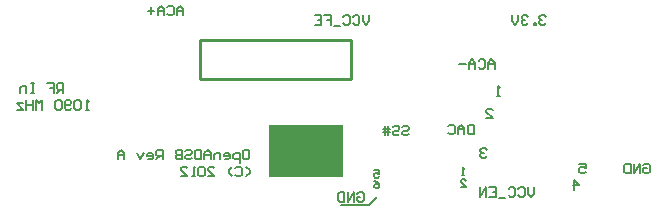
<source format=gbo>
%FSLAX24Y24*%
%MOIN*%
G70*
G01*
G75*
G04 Layer_Color=32896*
%ADD10C,0.0060*%
%ADD11C,0.0200*%
%ADD12C,0.0100*%
%ADD13C,0.0250*%
%ADD14C,0.0120*%
%ADD15C,0.0330*%
%ADD16R,0.0197X0.0236*%
%ADD17R,0.0315X0.0354*%
%ADD18R,0.0217X0.0472*%
%ADD19R,0.1575X0.1181*%
%ADD20R,0.0236X0.0394*%
%ADD21R,0.0394X0.0394*%
%ADD22R,0.2156X0.2156*%
%ADD23O,0.0118X0.0295*%
%ADD24O,0.0295X0.0118*%
%ADD25O,0.0669X0.0177*%
%ADD26R,0.0354X0.0315*%
%ADD27R,0.0266X0.0098*%
%ADD28R,0.0591X0.0937*%
%ADD29R,0.0512X0.0295*%
%ADD30R,0.0128X0.0197*%
%ADD31R,0.0630X0.0520*%
%ADD32R,0.0709X0.0276*%
%ADD33R,0.0906X0.0276*%
%ADD34R,0.0276X0.0709*%
%ADD35R,0.1600X0.0600*%
%ADD36R,0.0433X0.0256*%
%ADD37R,0.0827X0.0472*%
%ADD38R,0.0827X0.0315*%
%ADD39R,0.0236X0.0197*%
G04:AMPARAMS|DCode=40|XSize=19.7mil|YSize=23.6mil|CornerRadius=0mil|HoleSize=0mil|Usage=FLASHONLY|Rotation=135.000|XOffset=0mil|YOffset=0mil|HoleType=Round|Shape=Rectangle|*
%AMROTATEDRECTD40*
4,1,4,0.0153,0.0014,-0.0014,-0.0153,-0.0153,-0.0014,0.0014,0.0153,0.0153,0.0014,0.0*
%
%ADD40ROTATEDRECTD40*%

%ADD41C,0.0150*%
%ADD42C,0.0290*%
%ADD43R,0.1600X0.1300*%
%ADD44C,0.0591*%
%ADD45C,0.0591*%
%ADD46R,0.0591X0.0591*%
%ADD47C,0.0472*%
%ADD48O,0.1575X0.0650*%
%ADD49C,0.0260*%
%ADD50C,0.0400*%
%ADD51C,0.0550*%
%ADD52C,0.0754*%
%ADD53C,0.0991*%
%ADD54O,0.1384X0.0794*%
%ADD55R,0.2280X0.2290*%
%ADD56R,0.1000X0.2790*%
%ADD57R,0.8990X0.0670*%
%ADD58R,0.0750X0.0500*%
%ADD59C,0.0530*%
%ADD60C,0.0098*%
%ADD61C,0.0079*%
%ADD62R,0.0277X0.0316*%
%ADD63R,0.0395X0.0434*%
%ADD64R,0.0297X0.0552*%
%ADD65R,0.1655X0.1261*%
%ADD66R,0.0316X0.0474*%
%ADD67R,0.0474X0.0474*%
%ADD68R,0.2236X0.2236*%
%ADD69O,0.0198X0.0375*%
%ADD70O,0.0375X0.0198*%
%ADD71O,0.0749X0.0257*%
%ADD72R,0.0434X0.0395*%
%ADD73R,0.0346X0.0178*%
%ADD74R,0.0671X0.1017*%
%ADD75R,0.0592X0.0375*%
%ADD76R,0.0208X0.0277*%
%ADD77R,0.0710X0.0600*%
%ADD78R,0.0789X0.0356*%
%ADD79R,0.0986X0.0356*%
%ADD80R,0.0356X0.0789*%
%ADD81R,0.1680X0.0680*%
%ADD82R,0.0513X0.0336*%
%ADD83R,0.0907X0.0552*%
%ADD84R,0.0907X0.0395*%
%ADD85R,0.0316X0.0277*%
G04:AMPARAMS|DCode=86|XSize=27.7mil|YSize=31.6mil|CornerRadius=0mil|HoleSize=0mil|Usage=FLASHONLY|Rotation=135.000|XOffset=0mil|YOffset=0mil|HoleType=Round|Shape=Rectangle|*
%AMROTATEDRECTD86*
4,1,4,0.0210,0.0014,-0.0014,-0.0210,-0.0210,-0.0014,0.0014,0.0210,0.0210,0.0014,0.0*
%
%ADD86ROTATEDRECTD86*%

%ADD87C,0.0370*%
%ADD88R,0.1680X0.1380*%
%ADD89C,0.0671*%
%ADD90C,0.0671*%
%ADD91R,0.0671X0.0671*%
%ADD92C,0.0552*%
%ADD93O,0.1655X0.0730*%
%ADD94C,0.0080*%
%ADD95C,0.0340*%
%ADD96C,0.0070*%
%ADD97R,0.2480X0.1720*%
D10*
X37047Y20532D02*
X37100Y20585D01*
X37207D01*
X37260Y20532D01*
Y20318D01*
X37207Y20265D01*
X37100D01*
X37047Y20318D01*
Y20425D01*
X37153D01*
X36940Y20265D02*
Y20585D01*
X36727Y20265D01*
Y20585D01*
X36620D02*
Y20265D01*
X36460D01*
X36407Y20318D01*
Y20532D01*
X36460Y20585D01*
X36620D01*
X37620Y20965D02*
X37700Y20925D01*
X37780Y20845D01*
Y20765D01*
X37740Y20725D01*
X37660D01*
X37620Y20765D01*
Y20805D01*
X37660Y20845D01*
X37780D01*
X37610Y21305D02*
X37770D01*
Y21185D01*
X37690Y21225D01*
X37650D01*
X37610Y21185D01*
Y21105D01*
X37650Y21065D01*
X37730D01*
X37770Y21105D01*
X40500Y20765D02*
X40660D01*
X40500Y20925D01*
Y20965D01*
X40540Y21005D01*
X40620D01*
X40660Y20965D01*
X40620Y21165D02*
X40540D01*
X40580D01*
Y21405D01*
X40620Y21365D01*
X46587Y21482D02*
X46640Y21535D01*
X46747D01*
X46800Y21482D01*
Y21268D01*
X46747Y21215D01*
X46640D01*
X46587Y21268D01*
Y21375D01*
X46693D01*
X46480Y21215D02*
Y21535D01*
X46267Y21215D01*
Y21535D01*
X46160D02*
Y21215D01*
X46000D01*
X45947Y21268D01*
Y21482D01*
X46000Y21535D01*
X46160D01*
X44457D02*
X44670D01*
Y21375D01*
X44563Y21428D01*
X44510D01*
X44457Y21375D01*
Y21268D01*
X44510Y21215D01*
X44617D01*
X44670Y21268D01*
X44290Y20665D02*
Y20985D01*
X44450Y20825D01*
X44237D01*
X41810Y23785D02*
X41703D01*
X41757D01*
Y24105D01*
X41810Y24052D01*
X31250Y26475D02*
Y26688D01*
X31143Y26795D01*
X31037Y26688D01*
Y26475D01*
Y26635D01*
X31250D01*
X30717Y26742D02*
X30770Y26795D01*
X30877D01*
X30930Y26742D01*
Y26528D01*
X30877Y26475D01*
X30770D01*
X30717Y26528D01*
X30610Y26475D02*
Y26688D01*
X30504Y26795D01*
X30397Y26688D01*
Y26475D01*
Y26635D01*
X30610D01*
X30290D02*
X30077D01*
X30184Y26742D02*
Y26528D01*
X37440Y26485D02*
Y26272D01*
X37333Y26165D01*
X37227Y26272D01*
Y26485D01*
X36907Y26432D02*
X36960Y26485D01*
X37067D01*
X37120Y26432D01*
Y26218D01*
X37067Y26165D01*
X36960D01*
X36907Y26218D01*
X36587Y26432D02*
X36640Y26485D01*
X36747D01*
X36800Y26432D01*
Y26218D01*
X36747Y26165D01*
X36640D01*
X36587Y26218D01*
X36480Y26112D02*
X36267D01*
X35947Y26485D02*
X36160D01*
Y26325D01*
X36054D01*
X36160D01*
Y26165D01*
X35627Y26485D02*
X35841D01*
Y26165D01*
X35627D01*
X35841Y26325D02*
X35734D01*
X38557Y22742D02*
X38610Y22795D01*
X38717D01*
X38770Y22742D01*
Y22688D01*
X38717Y22635D01*
X38610D01*
X38557Y22582D01*
Y22528D01*
X38610Y22475D01*
X38717D01*
X38770Y22528D01*
X38237Y22742D02*
X38290Y22795D01*
X38397D01*
X38450Y22742D01*
Y22688D01*
X38397Y22635D01*
X38290D01*
X38237Y22582D01*
Y22528D01*
X38290Y22475D01*
X38397D01*
X38450Y22528D01*
X38077Y22475D02*
Y22795D01*
X37970D02*
Y22475D01*
X38130Y22688D02*
X37970D01*
X37917D01*
X38130Y22582D02*
X37917D01*
X41630Y24685D02*
Y24898D01*
X41523Y25005D01*
X41417Y24898D01*
Y24685D01*
Y24845D01*
X41630D01*
X41097Y24952D02*
X41150Y25005D01*
X41257D01*
X41310Y24952D01*
Y24738D01*
X41257Y24685D01*
X41150D01*
X41097Y24738D01*
X40990Y24685D02*
Y24898D01*
X40884Y25005D01*
X40777Y24898D01*
Y24685D01*
Y24845D01*
X40990D01*
X40670D02*
X40457D01*
X42950Y20745D02*
Y20532D01*
X42843Y20425D01*
X42737Y20532D01*
Y20745D01*
X42417Y20692D02*
X42470Y20745D01*
X42577D01*
X42630Y20692D01*
Y20478D01*
X42577Y20425D01*
X42470D01*
X42417Y20478D01*
X42097Y20692D02*
X42150Y20745D01*
X42257D01*
X42310Y20692D01*
Y20478D01*
X42257Y20425D01*
X42150D01*
X42097Y20478D01*
X41990Y20372D02*
X41777D01*
X41457Y20745D02*
X41670D01*
Y20425D01*
X41457D01*
X41670Y20585D02*
X41564D01*
X41351Y20425D02*
Y20745D01*
X41137Y20425D01*
Y20745D01*
X43330Y26432D02*
X43277Y26485D01*
X43170D01*
X43117Y26432D01*
Y26378D01*
X43170Y26325D01*
X43223D01*
X43170D01*
X43117Y26272D01*
Y26218D01*
X43170Y26165D01*
X43277D01*
X43330Y26218D01*
X43010Y26165D02*
Y26218D01*
X42957D01*
Y26165D01*
X43010D01*
X42744Y26432D02*
X42690Y26485D01*
X42584D01*
X42530Y26432D01*
Y26378D01*
X42584Y26325D01*
X42637D01*
X42584D01*
X42530Y26272D01*
Y26218D01*
X42584Y26165D01*
X42690D01*
X42744Y26218D01*
X42424Y26485D02*
Y26272D01*
X42317Y26165D01*
X42210Y26272D01*
Y26485D01*
X28100Y23325D02*
X27993D01*
X28047D01*
Y23645D01*
X28100Y23592D01*
X27833D02*
X27780Y23645D01*
X27673D01*
X27620Y23592D01*
Y23378D01*
X27673Y23325D01*
X27780D01*
X27833Y23378D01*
Y23592D01*
X27514Y23378D02*
X27460Y23325D01*
X27354D01*
X27300Y23378D01*
Y23592D01*
X27354Y23645D01*
X27460D01*
X27514Y23592D01*
Y23538D01*
X27460Y23485D01*
X27300D01*
X27194Y23592D02*
X27140Y23645D01*
X27034D01*
X26980Y23592D01*
Y23378D01*
X27034Y23325D01*
X27140D01*
X27194Y23378D01*
Y23592D01*
X26554Y23325D02*
Y23645D01*
X26447Y23538D01*
X26341Y23645D01*
Y23325D01*
X26234Y23645D02*
Y23325D01*
Y23485D01*
X26021D01*
Y23645D01*
Y23325D01*
X25914Y23538D02*
X25701D01*
X25914Y23325D01*
X25701D01*
X27250Y23895D02*
Y24215D01*
X27090D01*
X27037Y24162D01*
Y24055D01*
X27090Y24002D01*
X27250D01*
X27143D02*
X27037Y23895D01*
X26717Y24215D02*
X26930D01*
Y24055D01*
X26823D01*
X26930D01*
Y23895D01*
X26290Y24215D02*
X26184D01*
X26237D01*
Y23895D01*
X26290D01*
X26184D01*
X26024D02*
Y24108D01*
X25864D01*
X25810Y24055D01*
Y23895D01*
X33353Y21115D02*
X33460Y21222D01*
Y21328D01*
X33353Y21435D01*
X32980Y21382D02*
X33033Y21435D01*
X33140D01*
X33193Y21382D01*
Y21168D01*
X33140Y21115D01*
X33033D01*
X32980Y21168D01*
X32874Y21115D02*
X32767Y21222D01*
Y21328D01*
X32874Y21435D01*
X32074Y21115D02*
X32287D01*
X32074Y21328D01*
Y21382D01*
X32127Y21435D01*
X32234D01*
X32287Y21382D01*
X31967D02*
X31914Y21435D01*
X31807D01*
X31754Y21382D01*
Y21168D01*
X31807Y21115D01*
X31914D01*
X31967Y21168D01*
Y21382D01*
X31647Y21115D02*
X31541D01*
X31594D01*
Y21435D01*
X31647Y21382D01*
X31167Y21115D02*
X31381D01*
X31167Y21328D01*
Y21382D01*
X31221Y21435D01*
X31327D01*
X31381Y21382D01*
X33290Y21995D02*
X33397D01*
X33450Y21942D01*
Y21728D01*
X33397Y21675D01*
X33290D01*
X33237Y21728D01*
Y21942D01*
X33290Y21995D01*
X33130Y21568D02*
Y21888D01*
X32970D01*
X32917Y21835D01*
Y21728D01*
X32970Y21675D01*
X33130D01*
X32650D02*
X32757D01*
X32810Y21728D01*
Y21835D01*
X32757Y21888D01*
X32650D01*
X32597Y21835D01*
Y21782D01*
X32810D01*
X32490Y21675D02*
Y21888D01*
X32330D01*
X32277Y21835D01*
Y21675D01*
X32170D02*
Y21888D01*
X32064Y21995D01*
X31957Y21888D01*
Y21675D01*
Y21835D01*
X32170D01*
X31851Y21995D02*
Y21675D01*
X31691D01*
X31637Y21728D01*
Y21942D01*
X31691Y21995D01*
X31851D01*
X31317Y21942D02*
X31371Y21995D01*
X31477D01*
X31531Y21942D01*
Y21888D01*
X31477Y21835D01*
X31371D01*
X31317Y21782D01*
Y21728D01*
X31371Y21675D01*
X31477D01*
X31531Y21728D01*
X31211Y21995D02*
Y21675D01*
X31051D01*
X30997Y21728D01*
Y21782D01*
X31051Y21835D01*
X31211D01*
X31051D01*
X30997Y21888D01*
Y21942D01*
X31051Y21995D01*
X31211D01*
X30571Y21675D02*
Y21995D01*
X30411D01*
X30358Y21942D01*
Y21835D01*
X30411Y21782D01*
X30571D01*
X30464D02*
X30358Y21675D01*
X30091D02*
X30198D01*
X30251Y21728D01*
Y21835D01*
X30198Y21888D01*
X30091D01*
X30038Y21835D01*
Y21782D01*
X30251D01*
X29931Y21888D02*
X29825Y21675D01*
X29718Y21888D01*
X29291Y21675D02*
Y21888D01*
X29185Y21995D01*
X29078Y21888D01*
Y21675D01*
Y21835D01*
X29291D01*
X41357Y23045D02*
X41570D01*
X41357Y23258D01*
Y23312D01*
X41410Y23365D01*
X41517D01*
X41570Y23312D01*
X40940Y22835D02*
Y22515D01*
X40780D01*
X40727Y22568D01*
Y22782D01*
X40780Y22835D01*
X40940D01*
X40620Y22515D02*
Y22728D01*
X40513Y22835D01*
X40407Y22728D01*
Y22515D01*
Y22675D01*
X40620D01*
X40087Y22782D02*
X40140Y22835D01*
X40247D01*
X40300Y22782D01*
Y22568D01*
X40247Y22515D01*
X40140D01*
X40087Y22568D01*
X41370Y22002D02*
X41317Y22055D01*
X41210D01*
X41157Y22002D01*
Y21948D01*
X41210Y21895D01*
X41263D01*
X41210D01*
X41157Y21842D01*
Y21788D01*
X41210Y21735D01*
X41317D01*
X41370Y21788D01*
D12*
X31810Y25655D02*
X36840D01*
Y24345D02*
Y25655D01*
X31810Y24345D02*
X36840D01*
X31810D02*
Y25655D01*
D96*
X37450Y20155D02*
X37710Y20415D01*
X36500Y20155D02*
X37450D01*
D97*
X35330Y21965D02*
D03*
M02*

</source>
